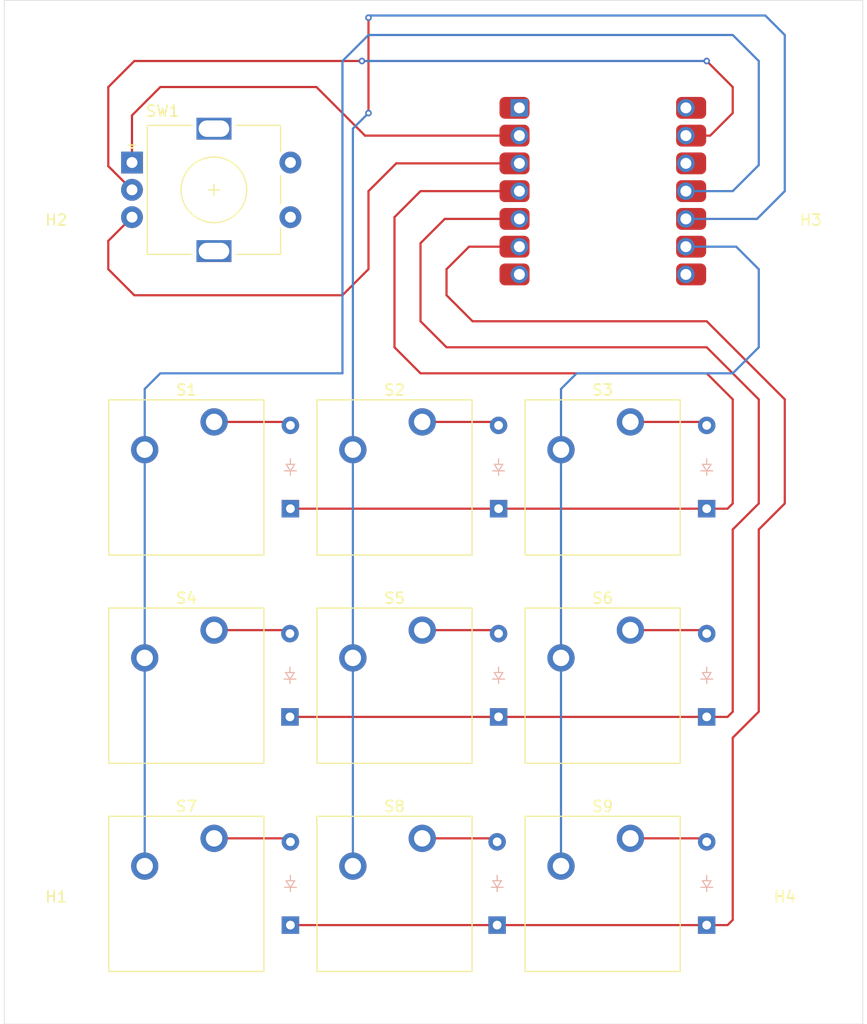
<source format=kicad_pcb>
(kicad_pcb (version 20240108) (generator "pcbnew") (generator_version "8.0")
  (layers (0 "F.Cu" signal) (31 "B.Cu" signal) (34 "B.Paste" user) (35 "F.Paste" user) (36 "B.SilkS" user "B.Silkscreen") (37 "F.SilkS" user "F.Silkscreen") (38 "B.Mask" user) (39 "F.Mask" user) (44 "Edge.Cuts" user))
  (net 0 "")
  (net 1 "ROW 0")
  (net 2 "Net-(D1-A)")
  (net 3 "Net-(D2-A)")
  (net 4 "Net-(D3-A)")
  (net 5 "ROW 1")
  (net 6 "Net-(D4-A)")
  (net 7 "Net-(D5-A)")
  (net 8 "Net-(D6-A)")
  (net 9 "Net-(D7-A)")
  (net 10 "ROW 2")
  (net 11 "Net-(D8-A)")
  (net 12 "Net-(D9-A)")
  (net 13 "COLUMN 0")
  (net 14 "COLUMN 1")
  (net 15 "COLUMN 2")
  (net 18 "GND")
  (net 21 "ROT B")
  (net 22 "ROT A")
  (footprint "ScottoKeebs_MX:MX_PCB_1.00u" (layer "F.Cu") (at 168.7825 91.705)
    (property "Reference" "S6" (at 0 -8 0) (layer "F.SilkS"))
    (property "Value" "Keyswitch")
    (fp_line (start -7.1 -7.1) (end -7.1 7.1) (stroke (width 0.12)) (layer "F.SilkS"))
    (fp_line (start -7.1 7.1) (end 7.1 7.1) (stroke (width 0.12)) (layer "F.SilkS"))
    (fp_line (start 7.1 -7.1) (end -7.1 -7.1) (stroke (width 0.12)) (layer "F.SilkS"))
    (fp_line (start 7.1 7.1) (end 7.1 -7.1) (stroke (width 0.12)) (layer "F.SilkS"))
    (pad "" np_thru_hole circle (at -5.08 0) (size 1.75 1.75) (drill 1.75) (layers "*.Cu" "*.Mask"))
    (pad "" np_thru_hole circle (at 0 0) (size 4 4) (drill 4) (layers "*.Cu" "*.Mask"))
    (pad "" np_thru_hole circle (at 5.08 0) (size 1.75 1.75) (drill 1.75) (layers "*.Cu" "*.Mask"))
    (pad "1" thru_hole circle (at -3.81 -2.54) (size 2.5 2.5) (drill 1.5) (layers "*.Cu" "*.Mask") (net 15 "COLUMN 2"))
    (pad "2" thru_hole circle (at 2.54 -5.08) (size 2.5 2.5) (drill 1.5) (layers "*.Cu" "*.Mask") (net 8 "Net-(D6-A)"))
  )
  (footprint "MountingHole:MountingHole_3.5mm" (layer "F.Cu") (at 118.77625 53.605)
    (property "Reference" "H2" (at 0 -4.5 0) (layer "F.SilkS"))
    (property "Value" "MountingHole")
    (pad "" np_thru_hole circle (at 0 0) (size 3.5 3.5) (drill 3.5) (layers "*.Cu" "*.Mask"))
  )
  (footprint "MountingHole:MountingHole_3.5mm" (layer "F.Cu") (at 118.77625 115.5175)
    (property "Reference" "H1" (at 0 -4.5 0) (layer "F.SilkS"))
    (property "Value" "MountingHole")
    (pad "" np_thru_hole circle (at 0 0) (size 3.5 3.5) (drill 3.5) (layers "*.Cu" "*.Mask"))
  )
  (footprint "ScottoKeebs_MX:MX_PCB_1.00u" (layer "F.Cu") (at 149.7325 110.755)
    (property "Reference" "S8" (at 0 -8 0) (layer "F.SilkS"))
    (property "Value" "Keyswitch")
    (fp_line (start -7.1 -7.1) (end -7.1 7.1) (stroke (width 0.12)) (layer "F.SilkS"))
    (fp_line (start -7.1 7.1) (end 7.1 7.1) (stroke (width 0.12)) (layer "F.SilkS"))
    (fp_line (start 7.1 -7.1) (end -7.1 -7.1) (stroke (width 0.12)) (layer "F.SilkS"))
    (fp_line (start 7.1 7.1) (end 7.1 -7.1) (stroke (width 0.12)) (layer "F.SilkS"))
    (pad "" np_thru_hole circle (at -5.08 0) (size 1.75 1.75) (drill 1.75) (layers "*.Cu" "*.Mask"))
    (pad "" np_thru_hole circle (at 0 0) (size 4 4) (drill 4) (layers "*.Cu" "*.Mask"))
    (pad "" np_thru_hole circle (at 5.08 0) (size 1.75 1.75) (drill 1.75) (layers "*.Cu" "*.Mask"))
    (pad "1" thru_hole circle (at -3.81 -2.54) (size 2.5 2.5) (drill 1.5) (layers "*.Cu" "*.Mask") (net 14 "COLUMN 1"))
    (pad "2" thru_hole circle (at 2.54 -5.08) (size 2.5 2.5) (drill 1.5) (layers "*.Cu" "*.Mask") (net 11 "Net-(D8-A)"))
  )
  (footprint "ScottoKeebs_MX:MX_PCB_1.00u" (layer "F.Cu") (at 130.6825 110.755)
    (property "Reference" "S7" (at 0 -8 0) (layer "F.SilkS"))
    (property "Value" "Keyswitch")
    (fp_line (start -7.1 -7.1) (end -7.1 7.1) (stroke (width 0.12)) (layer "F.SilkS"))
    (fp_line (start -7.1 7.1) (end 7.1 7.1) (stroke (width 0.12)) (layer "F.SilkS"))
    (fp_line (start 7.1 -7.1) (end -7.1 -7.1) (stroke (width 0.12)) (layer "F.SilkS"))
    (fp_line (start 7.1 7.1) (end 7.1 -7.1) (stroke (width 0.12)) (layer "F.SilkS"))
    (pad "" np_thru_hole circle (at -5.08 0) (size 1.75 1.75) (drill 1.75) (layers "*.Cu" "*.Mask"))
    (pad "" np_thru_hole circle (at 0 0) (size 4 4) (drill 4) (layers "*.Cu" "*.Mask"))
    (pad "" np_thru_hole circle (at 5.08 0) (size 1.75 1.75) (drill 1.75) (layers "*.Cu" "*.Mask"))
    (pad "1" thru_hole circle (at -3.81 -2.54) (size 2.5 2.5) (drill 1.5) (layers "*.Cu" "*.Mask") (net 13 "COLUMN 0"))
    (pad "2" thru_hole circle (at 2.54 -5.08) (size 2.5 2.5) (drill 1.5) (layers "*.Cu" "*.Mask") (net 9 "Net-(D7-A)"))
  )
  (footprint "ScottoKeebs_MX:MX_PCB_1.00u" (layer "F.Cu") (at 149.7325 72.655)
    (property "Reference" "S2" (at 0 -8 0) (layer "F.SilkS"))
    (property "Value" "Keyswitch")
    (fp_line (start -7.1 -7.1) (end -7.1 7.1) (stroke (width 0.12)) (layer "F.SilkS"))
    (fp_line (start -7.1 7.1) (end 7.1 7.1) (stroke (width 0.12)) (layer "F.SilkS"))
    (fp_line (start 7.1 -7.1) (end -7.1 -7.1) (stroke (width 0.12)) (layer "F.SilkS"))
    (fp_line (start 7.1 7.1) (end 7.1 -7.1) (stroke (width 0.12)) (layer "F.SilkS"))
    (pad "" np_thru_hole circle (at -5.08 0) (size 1.75 1.75) (drill 1.75) (layers "*.Cu" "*.Mask"))
    (pad "" np_thru_hole circle (at 0 0) (size 4 4) (drill 4) (layers "*.Cu" "*.Mask"))
    (pad "" np_thru_hole circle (at 5.08 0) (size 1.75 1.75) (drill 1.75) (layers "*.Cu" "*.Mask"))
    (pad "1" thru_hole circle (at -3.81 -2.54) (size 2.5 2.5) (drill 1.5) (layers "*.Cu" "*.Mask") (net 14 "COLUMN 1"))
    (pad "2" thru_hole circle (at 2.54 -5.08) (size 2.5 2.5) (drill 1.5) (layers "*.Cu" "*.Mask") (net 3 "Net-(D2-A)"))
  )
  (footprint "MountingHole:MountingHole_3.5mm" (layer "F.Cu") (at 187.8325 53.605)
    (property "Reference" "H3" (at 0 -4.5 0) (layer "F.SilkS"))
    (property "Value" "MountingHole")
    (pad "" np_thru_hole circle (at 0 0) (size 3.5 3.5) (drill 3.5) (layers "*.Cu" "*.Mask"))
  )
  (footprint "MountingHole:MountingHole_3.5mm" (layer "F.Cu") (at 185.45125 115.5175)
    (property "Reference" "H4" (at 0 -4.5 0) (layer "F.SilkS"))
    (property "Value" "MountingHole")
    (pad "" np_thru_hole circle (at 0 0) (size 3.5 3.5) (drill 3.5) (layers "*.Cu" "*.Mask"))
  )
  (footprint "ScottoKeebs_MX:MX_PCB_1.00u" (layer "F.Cu") (at 168.7825 72.655)
    (property "Reference" "S3" (at 0 -8 0) (layer "F.SilkS"))
    (property "Value" "Keyswitch")
    (fp_line (start -7.1 -7.1) (end -7.1 7.1) (stroke (width 0.12)) (layer "F.SilkS"))
    (fp_line (start -7.1 7.1) (end 7.1 7.1) (stroke (width 0.12)) (layer "F.SilkS"))
    (fp_line (start 7.1 -7.1) (end -7.1 -7.1) (stroke (width 0.12)) (layer "F.SilkS"))
    (fp_line (start 7.1 7.1) (end 7.1 -7.1) (stroke (width 0.12)) (layer "F.SilkS"))
    (pad "" np_thru_hole circle (at -5.08 0) (size 1.75 1.75) (drill 1.75) (layers "*.Cu" "*.Mask"))
    (pad "" np_thru_hole circle (at 0 0) (size 4 4) (drill 4) (layers "*.Cu" "*.Mask"))
    (pad "" np_thru_hole circle (at 5.08 0) (size 1.75 1.75) (drill 1.75) (layers "*.Cu" "*.Mask"))
    (pad "1" thru_hole circle (at -3.81 -2.54) (size 2.5 2.5) (drill 1.5) (layers "*.Cu" "*.Mask") (net 15 "COLUMN 2"))
    (pad "2" thru_hole circle (at 2.54 -5.08) (size 2.5 2.5) (drill 1.5) (layers "*.Cu" "*.Mask") (net 4 "Net-(D3-A)"))
  )
  (footprint "ScottoKeebs_MX:MX_PCB_1.00u" (layer "F.Cu") (at 130.6825 72.655)
    (property "Reference" "S1" (at 0 -8 0) (layer "F.SilkS"))
    (property "Value" "Keyswitch")
    (fp_line (start -7.1 -7.1) (end -7.1 7.1) (stroke (width 0.12)) (layer "F.SilkS"))
    (fp_line (start -7.1 7.1) (end 7.1 7.1) (stroke (width 0.12)) (layer "F.SilkS"))
    (fp_line (start 7.1 -7.1) (end -7.1 -7.1) (stroke (width 0.12)) (layer "F.SilkS"))
    (fp_line (start 7.1 7.1) (end 7.1 -7.1) (stroke (width 0.12)) (layer "F.SilkS"))
    (pad "" np_thru_hole circle (at -5.08 0) (size 1.75 1.75) (drill 1.75) (layers "*.Cu" "*.Mask"))
    (pad "" np_thru_hole circle (at 0 0) (size 4 4) (drill 4) (layers "*.Cu" "*.Mask"))
    (pad "" np_thru_hole circle (at 5.08 0) (size 1.75 1.75) (drill 1.75) (layers "*.Cu" "*.Mask"))
    (pad "1" thru_hole circle (at -3.81 -2.54) (size 2.5 2.5) (drill 1.5) (layers "*.Cu" "*.Mask") (net 13 "COLUMN 0"))
    (pad "2" thru_hole circle (at 2.54 -5.08) (size 2.5 2.5) (drill 1.5) (layers "*.Cu" "*.Mask") (net 2 "Net-(D1-A)"))
  )
  (footprint "ScottoKeebs_MCU:Seeed_XIAO_RP2040" (layer "F.Cu") (at 168.7825 46.46125)
    (property "Reference" "U1" (hide yes))
    (property "Value" "MCU_Seeed_XIAO_RP2040")
    (pad "1" smd roundrect (at -8.065 -7.62) (size 2.75 2) (layers "F.Cu" "F.Paste" "F.Mask"))
    (pad "1" thru_hole rect (at -7.62 -7.62 90) (size 1.6 1.6) (drill 1) (layers "*.Cu" "*.Mask"))
    (pad "2" smd roundrect (at -8.065 -5.08) (size 2.75 2) (layers "F.Cu" "F.Paste" "F.Mask") (net 22 "ROT A"))
    (pad "2" thru_hole circle (at -7.62 -5.08 90) (size 1.6 1.6) (drill 1) (layers "*.Cu" "*.Mask") (net 22 "ROT A"))
    (pad "3" smd roundrect (at -8.065 -2.54) (size 2.75 2) (layers "F.Cu" "F.Paste" "F.Mask") (net 21 "ROT B"))
    (pad "3" thru_hole circle (at -7.62 -2.54 90) (size 1.6 1.6) (drill 1) (layers "*.Cu" "*.Mask") (net 21 "ROT B"))
    (pad "4" smd roundrect (at -8.065 0) (size 2.75 2) (layers "F.Cu" "F.Paste" "F.Mask") (net 1 "ROW 0"))
    (pad "4" thru_hole circle (at -7.62 0 90) (size 1.6 1.6) (drill 1) (layers "*.Cu" "*.Mask") (net 1 "ROW 0"))
    (pad "5" smd roundrect (at -8.065 2.54) (size 2.75 2) (layers "F.Cu" "F.Paste" "F.Mask") (net 5 "ROW 1"))
    (pad "5" thru_hole circle (at -7.62 2.54 90) (size 1.6 1.6) (drill 1) (layers "*.Cu" "*.Mask") (net 5 "ROW 1"))
    (pad "6" smd roundrect (at -8.065 5.08) (size 2.75 2) (layers "F.Cu" "F.Paste" "F.Mask") (net 10 "ROW 2"))
    (pad "6" thru_hole circle (at -7.62 5.08 90) (size 1.6 1.6) (drill 1) (layers "*.Cu" "*.Mask") (net 10 "ROW 2"))
    (pad "7" smd roundrect (at -8.065 7.62) (size 2.75 2) (layers "F.Cu" "F.Paste" "F.Mask"))
    (pad "7" thru_hole circle (at -7.62 7.62 90) (size 1.6 1.6) (drill 1) (layers "*.Cu" "*.Mask"))
    (pad "8" thru_hole circle (at 7.62 7.62 90) (size 1.6 1.6) (drill 1) (layers "*.Cu" "*.Mask"))
    (pad "8" smd roundrect (at 8.1 7.62) (size 2.75 2) (layers "F.Cu" "F.Paste" "F.Mask"))
    (pad "9" thru_hole circle (at 7.62 5.08 90) (size 1.6 1.6) (drill 1) (layers "*.Cu" "*.Mask") (net 15 "COLUMN 2"))
    (pad "9" smd roundrect (at 8.1 5.08) (size 2.75 2) (layers "F.Cu" "F.Paste" "F.Mask") (net 15 "COLUMN 2"))
    (pad "10" thru_hole circle (at 7.62 2.54 90) (size 1.6 1.6) (drill 1) (layers "*.Cu" "*.Mask") (net 14 "COLUMN 1"))
    (pad "10" smd roundrect (at 8.1 2.54) (size 2.75 2) (layers "F.Cu" "F.Paste" "F.Mask") (net 14 "COLUMN 1"))
    (pad "11" thru_hole circle (at 7.62 0 90) (size 1.6 1.6) (drill 1) (layers "*.Cu" "*.Mask") (net 13 "COLUMN 0"))
    (pad "11" smd roundrect (at 8.1 0) (size 2.75 2) (layers "F.Cu" "F.Paste" "F.Mask") (net 13 "COLUMN 0"))
    (pad "12" thru_hole circle (at 7.62 -2.54 90) (size 1.6 1.6) (drill 1) (layers "*.Cu" "*.Mask"))
    (pad "12" smd roundrect (at 8.1 -2.54) (size 2.75 2) (layers "F.Cu" "F.Paste" "F.Mask"))
    (pad "13" thru_hole circle (at 7.62 -5.08 90) (size 1.6 1.6) (drill 1) (layers "*.Cu" "*.Mask") (net 18 "GND"))
    (pad "13" smd roundrect (at 8.1 -5.08) (size 2.75 2) (layers "F.Cu" "F.Paste" "F.Mask") (net 18 "GND"))
    (pad "14" thru_hole circle (at 7.62 -7.62 90) (size 1.6 1.6) (drill 1) (layers "*.Cu" "*.Mask"))
    (pad "14" smd roundrect (at 8.1 -7.62) (size 2.75 2) (layers "F.Cu" "F.Paste" "F.Mask"))
  )
  (footprint "ScottoKeebs_MX:MX_PCB_1.00u" (layer "F.Cu") (at 168.7825 110.755)
    (property "Reference" "S9" (at 0 -8 0) (layer "F.SilkS"))
    (property "Value" "Keyswitch")
    (fp_line (start -7.1 -7.1) (end -7.1 7.1) (stroke (width 0.12)) (layer "F.SilkS"))
    (fp_line (start -7.1 7.1) (end 7.1 7.1) (stroke (width 0.12)) (layer "F.SilkS"))
    (fp_line (start 7.1 -7.1) (end -7.1 -7.1) (stroke (width 0.12)) (layer "F.SilkS"))
    (fp_line (start 7.1 7.1) (end 7.1 -7.1) (stroke (width 0.12)) (layer "F.SilkS"))
    (pad "" np_thru_hole circle (at -5.08 0) (size 1.75 1.75) (drill 1.75) (layers "*.Cu" "*.Mask"))
    (pad "" np_thru_hole circle (at 0 0) (size 4 4) (drill 4) (layers "*.Cu" "*.Mask"))
    (pad "" np_thru_hole circle (at 5.08 0) (size 1.75 1.75) (drill 1.75) (layers "*.Cu" "*.Mask"))
    (pad "1" thru_hole circle (at -3.81 -2.54) (size 2.5 2.5) (drill 1.5) (layers "*.Cu" "*.Mask") (net 15 "COLUMN 2"))
    (pad "2" thru_hole circle (at 2.54 -5.08) (size 2.5 2.5) (drill 1.5) (layers "*.Cu" "*.Mask") (net 12 "Net-(D9-A)"))
  )
  (footprint "ScottoKeebs_MX:MX_PCB_1.00u" (layer "F.Cu") (at 130.6825 91.705)
    (property "Reference" "S4" (at 0 -8 0) (layer "F.SilkS"))
    (property "Value" "Keyswitch")
    (fp_line (start -7.1 -7.1) (end -7.1 7.1) (stroke (width 0.12)) (layer "F.SilkS"))
    (fp_line (start -7.1 7.1) (end 7.1 7.1) (stroke (width 0.12)) (layer "F.SilkS"))
    (fp_line (start 7.1 -7.1) (end -7.1 -7.1) (stroke (width 0.12)) (layer "F.SilkS"))
    (fp_line (start 7.1 7.1) (end 7.1 -7.1) (stroke (width 0.12)) (layer "F.SilkS"))
    (pad "" np_thru_hole circle (at -5.08 0) (size 1.75 1.75) (drill 1.75) (layers "*.Cu" "*.Mask"))
    (pad "" np_thru_hole circle (at 0 0) (size 4 4) (drill 4) (layers "*.Cu" "*.Mask"))
    (pad "" np_thru_hole circle (at 5.08 0) (size 1.75 1.75) (drill 1.75) (layers "*.Cu" "*.Mask"))
    (pad "1" thru_hole circle (at -3.81 -2.54) (size 2.5 2.5) (drill 1.5) (layers "*.Cu" "*.Mask") (net 13 "COLUMN 0"))
    (pad "2" thru_hole circle (at 2.54 -5.08) (size 2.5 2.5) (drill 1.5) (layers "*.Cu" "*.Mask") (net 6 "Net-(D4-A)"))
  )
  (footprint "Rotary_Encoder 2:RotaryEncoder_Alps_EC11E-Switch_Vertical_H20mm" (layer "F.Cu") (at 125.7075 43.8425)
    (property "Reference" "SW1" (at 2.8 -4.7 0) (layer "F.SilkS"))
    (property "Value" "RotaryEncoder")
    (fp_line (start -0.3 -1.6) (end 0.3 -1.6) (stroke (width 0.12)) (layer "F.SilkS"))
    (fp_line (start 0 -1.3) (end -0.3 -1.6) (stroke (width 0.12)) (layer "F.SilkS"))
    (fp_line (start 0.3 -1.6) (end 0 -1.3) (stroke (width 0.12)) (layer "F.SilkS"))
    (fp_line (start 1.4 -3.4) (end 1.4 8.4) (stroke (width 0.12)) (layer "F.SilkS"))
    (fp_line (start 5.5 -3.4) (end 1.4 -3.4) (stroke (width 0.12)) (layer "F.SilkS"))
    (fp_line (start 5.5 8.4) (end 1.4 8.4) (stroke (width 0.12)) (layer "F.SilkS"))
    (fp_line (start 7 2.5) (end 8 2.5) (stroke (width 0.12)) (layer "F.SilkS"))
    (fp_line (start 7.5 2) (end 7.5 3) (stroke (width 0.12)) (layer "F.SilkS"))
    (fp_line (start 9.5 -3.4) (end 13.6 -3.4) (stroke (width 0.12)) (layer "F.SilkS"))
    (fp_line (start 13.6 -3.4) (end 13.6 -1) (stroke (width 0.12)) (layer "F.SilkS"))
    (fp_line (start 13.6 1.2) (end 13.6 3.8) (stroke (width 0.12)) (layer "F.SilkS"))
    (fp_line (start 13.6 6) (end 13.6 8.4) (stroke (width 0.12)) (layer "F.SilkS"))
    (fp_line (start 13.6 8.4) (end 9.5 8.4) (stroke (width 0.12)) (layer "F.SilkS"))
    (fp_circle (center 7.5 2.5) (end 10.5 2.5) (stroke (width 0.12)) (fill none) (layer "F.SilkS"))
    (pad "A" thru_hole rect (at 0 0) (size 2 2) (drill 1) (layers "*.Cu" "*.Mask") (net 22 "ROT A"))
    (pad "B" thru_hole circle (at 0 5) (size 2 2) (drill 1) (layers "*.Cu" "*.Mask") (net 21 "ROT B"))
    (pad "C" thru_hole circle (at 0 2.5) (size 2 2) (drill 1) (layers "*.Cu" "*.Mask") (net 18 "GND"))
    (pad "MP" thru_hole rect (at 7.5 -3.1) (size 3.2 2) (drill oval 2.8 1.5) (layers "*.Cu" "*.Mask"))
    (pad "MP" thru_hole rect (at 7.5 8.1) (size 3.2 2) (drill oval 2.8 1.5) (layers "*.Cu" "*.Mask"))
    (pad "S1" thru_hole circle (at 14.5 5) (size 2 2) (drill 1) (layers "*.Cu" "*.Mask"))
    (pad "S2" thru_hole circle (at 14.5 0) (size 2 2) (drill 1) (layers "*.Cu" "*.Mask"))
  )
  (footprint "ScottoKeebs_MX:MX_PCB_1.00u" (layer "F.Cu") (at 149.7325 91.705)
    (property "Reference" "S5" (at 0 -8 0) (layer "F.SilkS"))
    (property "Value" "Keyswitch")
    (fp_line (start -7.1 -7.1) (end -7.1 7.1) (stroke (width 0.12)) (layer "F.SilkS"))
    (fp_line (start -7.1 7.1) (end 7.1 7.1) (stroke (width 0.12)) (layer "F.SilkS"))
    (fp_line (start 7.1 -7.1) (end -7.1 -7.1) (stroke (width 0.12)) (layer "F.SilkS"))
    (fp_line (start 7.1 7.1) (end 7.1 -7.1) (stroke (width 0.12)) (layer "F.SilkS"))
    (pad "" np_thru_hole circle (at -5.08 0) (size 1.75 1.75) (drill 1.75) (layers "*.Cu" "*.Mask"))
    (pad "" np_thru_hole circle (at 0 0) (size 4 4) (drill 4) (layers "*.Cu" "*.Mask"))
    (pad "" np_thru_hole circle (at 5.08 0) (size 1.75 1.75) (drill 1.75) (layers "*.Cu" "*.Mask"))
    (pad "1" thru_hole circle (at -3.81 -2.54) (size 2.5 2.5) (drill 1.5) (layers "*.Cu" "*.Mask") (net 14 "COLUMN 1"))
    (pad "2" thru_hole circle (at 2.54 -5.08) (size 2.5 2.5) (drill 1.5) (layers "*.Cu" "*.Mask") (net 7 "Net-(D5-A)"))
  )
  (footprint "ScottoKeebs_Components:Diode_DO-35" (layer "B.Cu") (at 140.16375 94.5625 90)
    (property "Reference" "D4" (hide yes))
    (property "Value" "Diode" (hide yes))
    (fp_line (start 3.46 -0.55) (end 3.46 0.55) (stroke (width 0.1)) (layer "B.SilkS"))
    (fp_line (start 4.06 -0.4) (end 4.06 0.4) (stroke (width 0.1)) (layer "B.SilkS"))
    (fp_line (start 4.56 0) (end 4.06 0) (stroke (width 0.1)) (layer "B.SilkS"))
    (fp_line (start 3.46 0) (end 4.06 -0.4) (stroke (width 0.1)) (layer "B.SilkS"))
    (fp_line (start 3.46 0) (end 3.06 0) (stroke (width 0.1)) (layer "B.SilkS"))
    (fp_line (start 4.06 0.4) (end 3.46 0) (stroke (width 0.1)) (layer "B.SilkS"))
    (pad "1" thru_hole rect (at 0 0 90) (size 1.6 1.6) (drill 0.8) (layers "*.Cu" "*.Mask") (net 5 "ROW 1"))
    (pad "2" thru_hole oval (at 7.62 0 90) (size 1.6 1.6) (drill 0.8) (layers "*.Cu" "*.Mask") (net 6 "Net-(D4-A)"))
  )
  (footprint "ScottoKeebs_Components:Diode_DO-35" (layer "B.Cu") (at 159.2575 75.5125 90)
    (property "Reference" "D2" (hide yes))
    (property "Value" "Diode" (hide yes))
    (fp_line (start 3.46 -0.55) (end 3.46 0.55) (stroke (width 0.1)) (layer "B.SilkS"))
    (fp_line (start 4.06 -0.4) (end 4.06 0.4) (stroke (width 0.1)) (layer "B.SilkS"))
    (fp_line (start 4.56 0) (end 4.06 0) (stroke (width 0.1)) (layer "B.SilkS"))
    (fp_line (start 3.46 0) (end 4.06 -0.4) (stroke (width 0.1)) (layer "B.SilkS"))
    (fp_line (start 3.46 0) (end 3.06 0) (stroke (width 0.1)) (layer "B.SilkS"))
    (fp_line (start 4.06 0.4) (end 3.46 0) (stroke (width 0.1)) (layer "B.SilkS"))
    (pad "1" thru_hole rect (at 0 0 90) (size 1.6 1.6) (drill 0.8) (layers "*.Cu" "*.Mask") (net 1 "ROW 0"))
    (pad "2" thru_hole oval (at 7.62 0 90) (size 1.6 1.6) (drill 0.8) (layers "*.Cu" "*.Mask") (net 3 "Net-(D2-A)"))
  )
  (footprint "ScottoKeebs_Components:Diode_DO-35" (layer "B.Cu") (at 140.2075 75.5125 90)
    (property "Reference" "D1" (hide yes))
    (property "Value" "Diode" (hide yes))
    (fp_line (start 3.46 -0.55) (end 3.46 0.55) (stroke (width 0.1)) (layer "B.SilkS"))
    (fp_line (start 4.06 -0.4) (end 4.06 0.4) (stroke (width 0.1)) (layer "B.SilkS"))
    (fp_line (start 4.56 0) (end 4.06 0) (stroke (width 0.1)) (layer "B.SilkS"))
    (fp_line (start 3.46 0) (end 4.06 -0.4) (stroke (width 0.1)) (layer "B.SilkS"))
    (fp_line (start 3.46 0) (end 3.06 0) (stroke (width 0.1)) (layer "B.SilkS"))
    (fp_line (start 4.06 0.4) (end 3.46 0) (stroke (width 0.1)) (layer "B.SilkS"))
    (pad "1" thru_hole rect (at 0 0 90) (size 1.6 1.6) (drill 0.8) (layers "*.Cu" "*.Mask") (net 1 "ROW 0"))
    (pad "2" thru_hole oval (at 7.62 0 90) (size 1.6 1.6) (drill 0.8) (layers "*.Cu" "*.Mask") (net 2 "Net-(D1-A)"))
  )
  (footprint "ScottoKeebs_Components:Diode_DO-35" (layer "B.Cu") (at 178.3075 113.6125 90)
    (property "Reference" "D9" (hide yes))
    (property "Value" "Diode" (hide yes))
    (fp_line (start 3.46 -0.55) (end 3.46 0.55) (stroke (width 0.1)) (layer "B.SilkS"))
    (fp_line (start 4.06 -0.4) (end 4.06 0.4) (stroke (width 0.1)) (layer "B.SilkS"))
    (fp_line (start 4.56 0) (end 4.06 0) (stroke (width 0.1)) (layer "B.SilkS"))
    (fp_line (start 3.46 0) (end 4.06 -0.4) (stroke (width 0.1)) (layer "B.SilkS"))
    (fp_line (start 3.46 0) (end 3.06 0) (stroke (width 0.1)) (layer "B.SilkS"))
    (fp_line (start 4.06 0.4) (end 3.46 0) (stroke (width 0.1)) (layer "B.SilkS"))
    (pad "1" thru_hole rect (at 0 0 90) (size 1.6 1.6) (drill 0.8) (layers "*.Cu" "*.Mask") (net 10 "ROW 2"))
    (pad "2" thru_hole oval (at 7.62 0 90) (size 1.6 1.6) (drill 0.8) (layers "*.Cu" "*.Mask") (net 12 "Net-(D9-A)"))
  )
  (footprint "ScottoKeebs_Components:Diode_DO-35" (layer "B.Cu") (at 178.3075 75.5125 90)
    (property "Reference" "D3" (hide yes))
    (property "Value" "Diode" (hide yes))
    (fp_line (start 3.46 -0.55) (end 3.46 0.55) (stroke (width 0.1)) (layer "B.SilkS"))
    (fp_line (start 4.06 -0.4) (end 4.06 0.4) (stroke (width 0.1)) (layer "B.SilkS"))
    (fp_line (start 4.56 0) (end 4.06 0) (stroke (width 0.1)) (layer "B.SilkS"))
    (fp_line (start 3.46 0) (end 4.06 -0.4) (stroke (width 0.1)) (layer "B.SilkS"))
    (fp_line (start 3.46 0) (end 3.06 0) (stroke (width 0.1)) (layer "B.SilkS"))
    (fp_line (start 4.06 0.4) (end 3.46 0) (stroke (width 0.1)) (layer "B.SilkS"))
    (pad "1" thru_hole rect (at 0 0 90) (size 1.6 1.6) (drill 0.8) (layers "*.Cu" "*.Mask") (net 1 "ROW 0"))
    (pad "2" thru_hole oval (at 7.62 0 90) (size 1.6 1.6) (drill 0.8) (layers "*.Cu" "*.Mask") (net 4 "Net-(D3-A)"))
  )
  (footprint "ScottoKeebs_Components:Diode_DO-35" (layer "B.Cu") (at 140.2075 113.6125 90)
    (property "Reference" "D7" (hide yes))
    (property "Value" "Diode" (hide yes))
    (fp_line (start 3.46 -0.55) (end 3.46 0.55) (stroke (width 0.1)) (layer "B.SilkS"))
    (fp_line (start 4.06 -0.4) (end 4.06 0.4) (stroke (width 0.1)) (layer "B.SilkS"))
    (fp_line (start 4.56 0) (end 4.06 0) (stroke (width 0.1)) (layer "B.SilkS"))
    (fp_line (start 3.46 0) (end 4.06 -0.4) (stroke (width 0.1)) (layer "B.SilkS"))
    (fp_line (start 3.46 0) (end 3.06 0) (stroke (width 0.1)) (layer "B.SilkS"))
    (fp_line (start 4.06 0.4) (end 3.46 0) (stroke (width 0.1)) (layer "B.SilkS"))
    (pad "1" thru_hole rect (at 0 0 90) (size 1.6 1.6) (drill 0.8) (layers "*.Cu" "*.Mask") (net 10 "ROW 2"))
    (pad "2" thru_hole oval (at 7.62 0 90) (size 1.6 1.6) (drill 0.8) (layers "*.Cu" "*.Mask") (net 9 "Net-(D7-A)"))
  )
  (footprint "ScottoKeebs_Components:Diode_DO-35" (layer "B.Cu") (at 178.3075 94.5625 90)
    (property "Reference" "D6" (hide yes))
    (property "Value" "Diode" (hide yes))
    (fp_line (start 3.46 -0.55) (end 3.46 0.55) (stroke (width 0.1)) (layer "B.SilkS"))
    (fp_line (start 4.06 -0.4) (end 4.06 0.4) (stroke (width 0.1)) (layer "B.SilkS"))
    (fp_line (start 4.56 0) (end 4.06 0) (stroke (width 0.1)) (layer "B.SilkS"))
    (fp_line (start 3.46 0) (end 4.06 -0.4) (stroke (width 0.1)) (layer "B.SilkS"))
    (fp_line (start 3.46 0) (end 3.06 0) (stroke (width 0.1)) (layer "B.SilkS"))
    (fp_line (start 4.06 0.4) (end 3.46 0) (stroke (width 0.1)) (layer "B.SilkS"))
    (pad "1" thru_hole rect (at 0 0 90) (size 1.6 1.6) (drill 0.8) (layers "*.Cu" "*.Mask") (net 5 "ROW 1"))
    (pad "2" thru_hole oval (at 7.62 0 90) (size 1.6 1.6) (drill 0.8) (layers "*.Cu" "*.Mask") (net 8 "Net-(D6-A)"))
  )
  (footprint "ScottoKeebs_Components:Diode_DO-35" (layer "B.Cu") (at 159.2575 94.5625 90)
    (property "Reference" "D5" (hide yes))
    (property "Value" "Diode" (hide yes))
    (fp_line (start 3.46 -0.55) (end 3.46 0.55) (stroke (width 0.1)) (layer "B.SilkS"))
    (fp_line (start 4.06 -0.4) (end 4.06 0.4) (stroke (width 0.1)) (layer "B.SilkS"))
    (fp_line (start 4.56 0) (end 4.06 0) (stroke (width 0.1)) (layer "B.SilkS"))
    (fp_line (start 3.46 0) (end 4.06 -0.4) (stroke (width 0.1)) (layer "B.SilkS"))
    (fp_line (start 3.46 0) (end 3.06 0) (stroke (width 0.1)) (layer "B.SilkS"))
    (fp_line (start 4.06 0.4) (end 3.46 0) (stroke (width 0.1)) (layer "B.SilkS"))
    (pad "1" thru_hole rect (at 0 0 90) (size 1.6 1.6) (drill 0.8) (layers "*.Cu" "*.Mask") (net 5 "ROW 1"))
    (pad "2" thru_hole oval (at 7.62 0 90) (size 1.6 1.6) (drill 0.8) (layers "*.Cu" "*.Mask") (net 7 "Net-(D5-A)"))
  )
  (footprint "ScottoKeebs_Components:Diode_DO-35" (layer "B.Cu") (at 159.12625 113.6125 90)
    (property "Reference" "D8" (hide yes))
    (property "Value" "Diode" (hide yes))
    (fp_line (start 3.46 -0.55) (end 3.46 0.55) (stroke (width 0.1)) (layer "B.SilkS"))
    (fp_line (start 4.06 -0.4) (end 4.06 0.4) (stroke (width 0.1)) (layer "B.SilkS"))
    (fp_line (start 4.56 0) (end 4.06 0) (stroke (width 0.1)) (layer "B.SilkS"))
    (fp_line (start 3.46 0) (end 4.06 -0.4) (stroke (width 0.1)) (layer "B.SilkS"))
    (fp_line (start 3.46 0) (end 3.06 0) (stroke (width 0.1)) (layer "B.SilkS"))
    (fp_line (start 4.06 0.4) (end 3.46 0) (stroke (width 0.1)) (layer "B.SilkS"))
    (pad "1" thru_hole rect (at 0 0 90) (size 1.6 1.6) (drill 0.8) (layers "*.Cu" "*.Mask") (net 10 "ROW 2"))
    (pad "2" thru_hole oval (at 7.62 0 90) (size 1.6 1.6) (drill 0.8) (layers "*.Cu" "*.Mask") (net 11 "Net-(D8-A)"))
  )
  (gr_rect (start 114.01375 28.99875) (end 192.595 122.66125) (stroke (width 0.05)) (fill none) (layer "Edge.Cuts"))
  (segment (start 152.11375 63.13) (end 149.7325 60.74875) (width 0.2) (layer "F.Cu") (net 1))
  (segment (start 178.3075 63.13) (end 152.11375 63.13) (width 0.2) (layer "F.Cu") (net 1))
  (segment (start 180.68875 65.51125) (end 178.3075 63.13) (width 0.2) (layer "F.Cu") (net 1))
  (segment (start 149.7325 48.8425) (end 152.11375 46.46125) (width 0.2) (layer "F.Cu") (net 1))
  (segment (start 178.3075 75.5125) (end 180.2125 75.5125) (width 0.2) (layer "F.Cu") (net 1))
  (segment (start 149.7325 60.74875) (end 149.7325 48.8425) (width 0.2) (layer "F.Cu") (net 1))
  (segment (start 152.11375 46.46125) (end 161.1625 46.46125) (width 0.2) (layer "F.Cu") (net 1))
  (segment (start 180.2125 75.5125) (end 180.68875 75.03625) (width 0.2) (layer "F.Cu") (net 1))
  (segment (start 140.2075 75.5125) (end 178.3075 75.5125) (width 0.2) (layer "F.Cu") (net 1))
  (segment (start 180.68875 75.03625) (end 180.68875 65.51125) (width 0.2) (layer "F.Cu") (net 1))
  (segment (start 133.2225 67.575) (end 139.89 67.575) (width 0.2) (layer "F.Cu") (net 2))
  (segment (start 139.89 67.575) (end 140.2075 67.8925) (width 0.2) (layer "F.Cu") (net 2))
  (segment (start 152.2725 67.575) (end 158.94 67.575) (width 0.2) (layer "F.Cu") (net 3))
  (segment (start 158.94 67.575) (end 159.2575 67.8925) (width 0.2) (layer "F.Cu") (net 3))
  (segment (start 177.99 67.575) (end 178.3075 67.8925) (width 0.2) (layer "F.Cu") (net 4))
  (segment (start 171.3225 67.575) (end 177.99 67.575) (width 0.2) (layer "F.Cu") (net 4))
  (segment (start 152.11375 51.22375) (end 154.33625 49.00125) (width 0.2) (layer "F.Cu") (net 5))
  (segment (start 154.33625 49.00125) (end 161.1625 49.00125) (width 0.2) (layer "F.Cu") (net 5))
  (segment (start 180.2125 94.5625) (end 180.68875 94.08625) (width 0.2) (layer "F.Cu") (net 5))
  (segment (start 152.11375 58.3675) (end 152.11375 51.22375) (width 0.2) (layer "F.Cu") (net 5))
  (segment (start 178.3075 60.74875) (end 154.495 60.74875) (width 0.2) (layer "F.Cu") (net 5))
  (segment (start 180.68875 94.08625) (end 180.68875 77.4175) (width 0.2) (layer "F.Cu") (net 5))
  (segment (start 183.07 75.03625) (end 183.07 65.51125) (width 0.2) (layer "F.Cu") (net 5))
  (segment (start 183.07 65.51125) (end 178.3075 60.74875) (width 0.2) (layer "F.Cu") (net 5))
  (segment (start 154.495 60.74875) (end 152.11375 58.3675) (width 0.2) (layer "F.Cu") (net 5))
  (segment (start 178.3075 94.5625) (end 180.2125 94.5625) (width 0.2) (layer "F.Cu") (net 5))
  (segment (start 180.68875 77.4175) (end 183.07 75.03625) (width 0.2) (layer "F.Cu") (net 5))
  (segment (start 140.16375 94.5625) (end 178.3075 94.5625) (width 0.2) (layer "F.Cu") (net 5))
  (segment (start 139.84625 86.625) (end 140.16375 86.9425) (width 0.2) (layer "F.Cu") (net 6))
  (segment (start 133.2225 86.625) (end 139.84625 86.625) (width 0.2) (layer "F.Cu") (net 6))
  (segment (start 152.2725 86.625) (end 158.94 86.625) (width 0.2) (layer "F.Cu") (net 7))
  (segment (start 158.94 86.625) (end 159.2575 86.9425) (width 0.2) (layer "F.Cu") (net 7))
  (segment (start 171.3225 86.625) (end 177.99 86.625) (width 0.2) (layer "F.Cu") (net 8))
  (segment (start 177.99 86.625) (end 178.3075 86.9425) (width 0.2) (layer "F.Cu") (net 8))
  (segment (start 139.89 105.675) (end 140.2075 105.9925) (width 0.2) (layer "F.Cu") (net 9))
  (segment (start 133.2225 105.675) (end 139.89 105.675) (width 0.2) (layer "F.Cu") (net 9))
  (segment (start 183.07 77.4175) (end 185.45125 75.03625) (width 0.2) (layer "F.Cu") (net 10))
  (segment (start 185.45125 75.03625) (end 185.45125 65.51125) (width 0.2) (layer "F.Cu") (net 10))
  (segment (start 180.2125 113.6125) (end 180.68875 113.13625) (width 0.2) (layer "F.Cu") (net 10))
  (segment (start 180.68875 113.13625) (end 180.68875 96.4675) (width 0.2) (layer "F.Cu") (net 10))
  (segment (start 178.3075 113.6125) (end 180.2125 113.6125) (width 0.2) (layer "F.Cu") (net 10))
  (segment (start 140.2075 113.6125) (end 178.3075 113.6125) (width 0.2) (layer "F.Cu") (net 10))
  (segment (start 156.55875 51.54125) (end 161.1625 51.54125) (width 0.2) (layer "F.Cu") (net 10))
  (segment (start 154.495 55.98625) (end 154.495 53.605) (width 0.2) (layer "F.Cu") (net 10))
  (segment (start 154.495 53.605) (end 156.55875 51.54125) (width 0.2) (layer "F.Cu") (net 10))
  (segment (start 180.68875 96.4675) (end 183.07 94.08625) (width 0.2) (layer "F.Cu") (net 10))
  (segment (start 183.07 94.08625) (end 183.07 77.4175) (width 0.2) (layer "F.Cu") (net 10))
  (segment (start 178.3075 58.3675) (end 156.87625 58.3675) (width 0.2) (layer "F.Cu") (net 10))
  (segment (start 185.45125 65.51125) (end 178.3075 58.3675) (width 0.2) (layer "F.Cu") (net 10))
  (segment (start 156.87625 58.3675) (end 154.495 55.98625) (width 0.2) (layer "F.Cu") (net 10))
  (segment (start 152.2725 105.675) (end 158.80875 105.675) (width 0.2) (layer "F.Cu") (net 11))
  (segment (start 158.80875 105.675) (end 159.12625 105.9925) (width 0.2) (layer "F.Cu") (net 11))
  (segment (start 177.99 105.675) (end 178.3075 105.9925) (width 0.2) (layer "F.Cu") (net 12))
  (segment (start 171.3225 105.675) (end 177.99 105.675) (width 0.2) (layer "F.Cu") (net 12))
  (segment (start 144.97 63.13) (end 144.97 34.555) (width 0.2) (layer "B.Cu") (net 13))
  (segment (start 126.8725 64.55875) (end 128.30125 63.13) (width 0.2) (layer "B.Cu") (net 13))
  (segment (start 180.68875 32.17375) (end 183.07 34.555) (width 0.2) (layer "B.Cu") (net 13))
  (segment (start 126.8725 70.115) (end 126.8725 64.55875) (width 0.2) (layer "B.Cu") (net 13))
  (segment (start 147.35125 32.17375) (end 180.68875 32.17375) (width 0.2) (layer "B.Cu") (net 13))
  (segment (start 128.30125 63.13) (end 144.97 63.13) (width 0.2) (layer "B.Cu") (net 13))
  (segment (start 183.07 34.555) (end 183.07 44.08) (width 0.2) (layer "B.Cu") (net 13))
  (segment (start 144.97 34.555) (end 147.35125 32.17375) (width 0.2) (layer "B.Cu") (net 13))
  (segment (start 126.8725 70.115) (end 126.8725 108.215) (width 0.2) (layer "B.Cu") (net 13))
  (segment (start 183.07 44.08) (end 180.68875 46.46125) (width 0.2) (layer "B.Cu") (net 13))
  (segment (start 180.68875 46.46125) (end 176.4025 46.46125) (width 0.2) (layer "B.Cu") (net 13))
  (segment (start 147.35125 39.3175) (end 147.35125 30.5925) (width 0.2) (layer "F.Cu") (net 14))
  (via (at 147.35125 39.3175) (size 0.6) (drill 0.3) (layers "F.Cu" "B.Cu") (net 14))
  (via (at 147.35125 30.5925) (size 0.6) (drill 0.3) (layers "F.Cu" "B.Cu") (net 14))
  (segment (start 147.55125 30.3925) (end 183.67 30.3925) (width 0.2) (layer "B.Cu") (net 14))
  (segment (start 145.9225 70.115) (end 145.9225 40.74625) (width 0.2) (layer "B.Cu") (net 14))
  (segment (start 145.9225 70.115) (end 145.9225 108.215) (width 0.2) (layer "B.Cu") (net 14))
  (segment (start 147.35125 30.5925) (end 147.55125 30.3925) (width 0.2) (layer "B.Cu") (net 14))
  (segment (start 182.91125 49.00125) (end 176.4025 49.00125) (width 0.2) (layer "B.Cu") (net 14))
  (segment (start 185.45125 46.46125) (end 182.91125 49.00125) (width 0.2) (layer "B.Cu") (net 14))
  (segment (start 145.9225 40.74625) (end 147.35125 39.3175) (width 0.2) (layer "B.Cu") (net 14))
  (segment (start 185.45125 32.17375) (end 185.45125 46.46125) (width 0.2) (layer "B.Cu") (net 14))
  (segment (start 183.67 30.3925) (end 185.45125 32.17375) (width 0.2) (layer "B.Cu") (net 14))
  (segment (start 183.07 53.605) (end 181.00625 51.54125) (width 0.2) (layer "B.Cu") (net 15))
  (segment (start 164.9725 64.55875) (end 166.40125 63.13) (width 0.2) (layer "B.Cu") (net 15))
  (segment (start 164.9725 70.115) (end 164.9725 108.215) (width 0.2) (layer "B.Cu") (net 15))
  (segment (start 164.9725 70.115) (end 164.9725 64.55875) (width 0.2) (layer "B.Cu") (net 15))
  (segment (start 180.68875 63.13) (end 183.07 60.74875) (width 0.2) (layer "B.Cu") (net 15))
  (segment (start 166.40125 63.13) (end 180.68875 63.13) (width 0.2) (layer "B.Cu") (net 15))
  (segment (start 183.07 60.74875) (end 183.07 53.605) (width 0.2) (layer "B.Cu") (net 15))
  (segment (start 181.00625 51.54125) (end 176.4025 51.54125) (width 0.2) (layer "B.Cu") (net 15))
  (segment (start 180.68875 39.3175) (end 178.625 41.38125) (width 0.2) (layer "F.Cu") (net 18))
  (segment (start 125.7075 46.3425) (end 123.53875 44.17375) (width 0.2) (layer "F.Cu") (net 18))
  (segment (start 123.53875 44.17375) (end 123.53875 36.93625) (width 0.2) (layer "F.Cu") (net 18))
  (segment (start 123.53875 36.93625) (end 125.92 34.555) (width 0.2) (layer "F.Cu") (net 18))
  (segment (start 178.3075 34.555) (end 180.68875 36.93625) (width 0.2) (layer "F.Cu") (net 18))
  (segment (start 180.68875 36.93625) (end 180.68875 39.3175) (width 0.2) (layer "F.Cu") (net 18))
  (segment (start 125.92 34.555) (end 146.75125 34.555) (width 0.2) (layer "F.Cu") (net 18))
  (segment (start 178.625 41.38125) (end 176.4025 41.38125) (width 0.2) (layer "F.Cu") (net 18))
  (via (at 178.3075 34.555) (size 0.6) (drill 0.3) (layers "F.Cu" "B.Cu") (net 18))
  (via (at 146.75125 34.555) (size 0.6) (drill 0.3) (layers "F.Cu" "B.Cu") (net 18))
  (segment (start 146.75125 34.555) (end 178.3075 34.555) (width 0.2) (layer "B.Cu") (net 18))
  (segment (start 144.97 55.98625) (end 147.35125 53.605) (width 0.2) (layer "F.Cu") (net 21))
  (segment (start 125.7075 48.8425) (end 123.53875 51.01125) (width 0.2) (layer "F.Cu") (net 21))
  (segment (start 147.35125 53.605) (end 147.35125 46.46125) (width 0.2) (layer "F.Cu") (net 21))
  (segment (start 149.89125 43.92125) (end 161.1625 43.92125) (width 0.2) (layer "F.Cu") (net 21))
  (segment (start 123.53875 53.605) (end 125.92 55.98625) (width 0.2) (layer "F.Cu") (net 21))
  (segment (start 123.53875 51.01125) (end 123.53875 53.605) (width 0.2) (layer "F.Cu") (net 21))
  (segment (start 147.35125 46.46125) (end 149.89125 43.92125) (width 0.2) (layer "F.Cu") (net 21))
  (segment (start 125.92 55.98625) (end 144.97 55.98625) (width 0.2) (layer "F.Cu") (net 21))
  (segment (start 125.7075 39.53) (end 128.30125 36.93625) (width 0.2) (layer "F.Cu") (net 22))
  (segment (start 125.7075 43.8425) (end 125.7075 39.53) (width 0.2) (layer "F.Cu") (net 22))
  (segment (start 128.30125 36.93625) (end 142.58875 36.93625) (width 0.2) (layer "F.Cu") (net 22))
  (segment (start 147.03375 41.38125) (end 161.1625 41.38125) (width 0.2) (layer "F.Cu") (net 22))
  (segment (start 142.58875 36.93625) (end 147.03375 41.38125) (width 0.2) (layer "F.Cu") (net 22))
)
</source>
